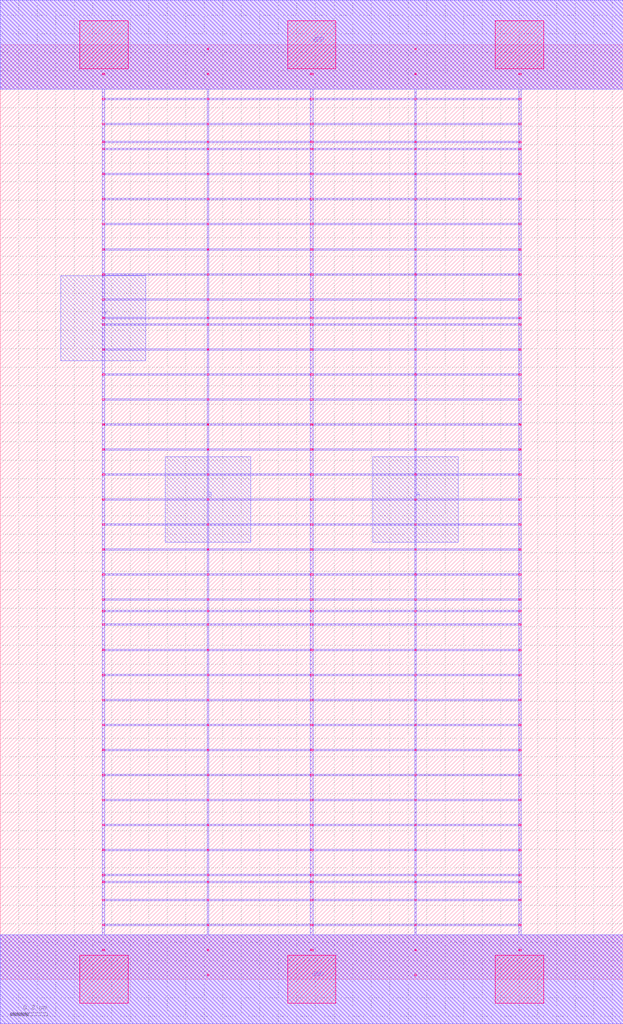
<source format=lef>
MACRO NAND2_DEBUG
 CLASS CORE ;
 FOREIGN NAND2_DEBUG 0 0 ;
 SIZE 3.36 BY 5.04 ;
 ORIGIN 0 0 ;
 SYMMETRY X Y R90 ;
 SITE unit ;
  PIN VDD
   DIRECTION INOUT ;
   USE SIGNAL ;
   SHAPE ABUTMENT ;
    PORT
     CLASS CORE ;
       LAYER met1 ;
        RECT 0.00000000 4.80000000 3.36000000 5.28000000 ;
       LAYER met2 ;
        RECT 0.00000000 4.80000000 3.36000000 5.28000000 ;
    END
  END VDD

  PIN GND
   DIRECTION INOUT ;
   USE SIGNAL ;
   SHAPE ABUTMENT ;
    PORT
     CLASS CORE ;
       LAYER met1 ;
        RECT 0.00000000 -0.24000000 3.36000000 0.24000000 ;
       LAYER met2 ;
        RECT 0.00000000 -0.24000000 3.36000000 0.24000000 ;
    END
  END GND

  PIN Y
   DIRECTION INOUT ;
   USE SIGNAL ;
   SHAPE ABUTMENT ;
    PORT
     CLASS CORE ;
       LAYER met2 ;
        RECT 0.32500000 3.33500000 0.78500000 3.79500000 ;
    END
  END Y

  PIN B
   DIRECTION INOUT ;
   USE SIGNAL ;
   SHAPE ABUTMENT ;
    PORT
     CLASS CORE ;
       LAYER met2 ;
        RECT 0.89000000 2.35700000 1.35000000 2.81700000 ;
    END
  END B

  PIN A
   DIRECTION INOUT ;
   USE SIGNAL ;
   SHAPE ABUTMENT ;
    PORT
     CLASS CORE ;
       LAYER met2 ;
        RECT 2.01000000 2.35700000 2.47000000 2.81700000 ;
    END
  END A

 OBS
    LAYER polycont ;
     RECT 0.55100000 2.58300000 0.56400000 2.59100000 ;
     RECT 1.11600000 2.58300000 1.12400000 2.59100000 ;
     RECT 1.67100000 2.58300000 1.68900000 2.59100000 ;
     RECT 2.23600000 2.58300000 2.24400000 2.59100000 ;
     RECT 2.79600000 2.58300000 2.80900000 2.59100000 ;
     RECT 0.55100000 2.71800000 0.56400000 2.72600000 ;
     RECT 1.11600000 2.71800000 1.12400000 2.72600000 ;
     RECT 1.67100000 2.71800000 1.68900000 2.72600000 ;
     RECT 2.23600000 2.71800000 2.24400000 2.72600000 ;
     RECT 2.79600000 2.71800000 2.80900000 2.72600000 ;
     RECT 0.55100000 2.85300000 0.56400000 2.86100000 ;
     RECT 1.11600000 2.85300000 1.12400000 2.86100000 ;
     RECT 1.67100000 2.85300000 1.68900000 2.86100000 ;
     RECT 2.23600000 2.85300000 2.24400000 2.86100000 ;
     RECT 2.79600000 2.85300000 2.80900000 2.86100000 ;
     RECT 0.55100000 2.98800000 0.56400000 2.99600000 ;
     RECT 1.11600000 2.98800000 1.12400000 2.99600000 ;
     RECT 1.67100000 2.98800000 1.68900000 2.99600000 ;
     RECT 2.23600000 2.98800000 2.24400000 2.99600000 ;
     RECT 2.79600000 2.98800000 2.80900000 2.99600000 ;

    LAYER pdiffc ;
     RECT 0.55100000 3.39300000 0.55900000 3.40100000 ;
     RECT 2.80100000 3.39300000 2.80900000 3.40100000 ;
     RECT 0.55100000 3.52800000 0.55900000 3.53600000 ;
     RECT 2.80100000 3.52800000 2.80900000 3.53600000 ;
     RECT 0.55100000 3.56100000 0.55900000 3.56900000 ;
     RECT 2.80100000 3.56100000 2.80900000 3.56900000 ;
     RECT 0.55100000 3.66300000 0.55900000 3.67100000 ;
     RECT 2.80100000 3.66300000 2.80900000 3.67100000 ;
     RECT 0.55100000 3.79800000 0.55900000 3.80600000 ;
     RECT 2.80100000 3.79800000 2.80900000 3.80600000 ;
     RECT 0.55100000 3.93300000 0.55900000 3.94100000 ;
     RECT 2.80100000 3.93300000 2.80900000 3.94100000 ;
     RECT 0.55100000 4.06800000 0.55900000 4.07600000 ;
     RECT 2.80100000 4.06800000 2.80900000 4.07600000 ;
     RECT 0.55100000 4.20300000 0.55900000 4.21100000 ;
     RECT 2.80100000 4.20300000 2.80900000 4.21100000 ;
     RECT 0.55100000 4.33800000 0.55900000 4.34600000 ;
     RECT 2.80100000 4.33800000 2.80900000 4.34600000 ;
     RECT 0.55100000 4.47300000 0.55900000 4.48100000 ;
     RECT 2.80100000 4.47300000 2.80900000 4.48100000 ;
     RECT 0.55100000 4.51100000 0.55900000 4.51900000 ;
     RECT 2.80100000 4.51100000 2.80900000 4.51900000 ;
     RECT 0.55100000 4.60800000 0.55900000 4.61600000 ;
     RECT 2.80100000 4.60800000 2.80900000 4.61600000 ;

    LAYER ndiffc ;
     RECT 0.55100000 0.42300000 0.56400000 0.43100000 ;
     RECT 1.67100000 0.42300000 1.68900000 0.43100000 ;
     RECT 2.79600000 0.42300000 2.80900000 0.43100000 ;
     RECT 0.55100000 0.52100000 0.56400000 0.52900000 ;
     RECT 1.67100000 0.52100000 1.68900000 0.52900000 ;
     RECT 2.79600000 0.52100000 2.80900000 0.52900000 ;
     RECT 0.55100000 0.55800000 0.56400000 0.56600000 ;
     RECT 1.67100000 0.55800000 1.68900000 0.56600000 ;
     RECT 2.79600000 0.55800000 2.80900000 0.56600000 ;
     RECT 0.55100000 0.69300000 0.56400000 0.70100000 ;
     RECT 1.67100000 0.69300000 1.68900000 0.70100000 ;
     RECT 2.79600000 0.69300000 2.80900000 0.70100000 ;
     RECT 0.55100000 0.82800000 0.56400000 0.83600000 ;
     RECT 1.67100000 0.82800000 1.68900000 0.83600000 ;
     RECT 2.79600000 0.82800000 2.80900000 0.83600000 ;
     RECT 0.55100000 0.96300000 0.56400000 0.97100000 ;
     RECT 1.67100000 0.96300000 1.68900000 0.97100000 ;
     RECT 2.79600000 0.96300000 2.80900000 0.97100000 ;
     RECT 0.55100000 1.09800000 0.56400000 1.10600000 ;
     RECT 1.67100000 1.09800000 1.68900000 1.10600000 ;
     RECT 2.79600000 1.09800000 2.80900000 1.10600000 ;
     RECT 0.55100000 1.23300000 0.56400000 1.24100000 ;
     RECT 1.67100000 1.23300000 1.68900000 1.24100000 ;
     RECT 2.79600000 1.23300000 2.80900000 1.24100000 ;
     RECT 0.55100000 1.36800000 0.56400000 1.37600000 ;
     RECT 1.67100000 1.36800000 1.68900000 1.37600000 ;
     RECT 2.79600000 1.36800000 2.80900000 1.37600000 ;
     RECT 0.55100000 1.50300000 0.56400000 1.51100000 ;
     RECT 1.67100000 1.50300000 1.68900000 1.51100000 ;
     RECT 2.79600000 1.50300000 2.80900000 1.51100000 ;
     RECT 0.55100000 1.63800000 0.56400000 1.64600000 ;
     RECT 1.67100000 1.63800000 1.68900000 1.64600000 ;
     RECT 2.79600000 1.63800000 2.80900000 1.64600000 ;
     RECT 0.55100000 1.77300000 0.56400000 1.78100000 ;
     RECT 1.67100000 1.77300000 1.68900000 1.78100000 ;
     RECT 2.79600000 1.77300000 2.80900000 1.78100000 ;
     RECT 0.55100000 1.90800000 0.56400000 1.91600000 ;
     RECT 1.67100000 1.90800000 1.68900000 1.91600000 ;
     RECT 2.79600000 1.90800000 2.80900000 1.91600000 ;
     RECT 0.55100000 1.98100000 0.56400000 1.98900000 ;
     RECT 1.67100000 1.98100000 1.68900000 1.98900000 ;
     RECT 2.79600000 1.98100000 2.80900000 1.98900000 ;
     RECT 0.55100000 2.04300000 0.56400000 2.05100000 ;
     RECT 1.67100000 2.04300000 1.68900000 2.05100000 ;
     RECT 2.79600000 2.04300000 2.80900000 2.05100000 ;

    LAYER met1 ;
     RECT 0.00000000 -0.24000000 3.36000000 0.24000000 ;
     RECT 1.67100000 0.24000000 1.68900000 0.28800000 ;
     RECT 0.55100000 0.28800000 2.80900000 0.29600000 ;
     RECT 1.67100000 0.29600000 1.68900000 0.42300000 ;
     RECT 0.55100000 0.42300000 2.80900000 0.43100000 ;
     RECT 1.67100000 0.43100000 1.68900000 0.52100000 ;
     RECT 0.55100000 0.52100000 2.80900000 0.52900000 ;
     RECT 1.67100000 0.52900000 1.68900000 0.55800000 ;
     RECT 0.55100000 0.55800000 2.80900000 0.56600000 ;
     RECT 1.67100000 0.56600000 1.68900000 0.69300000 ;
     RECT 0.55100000 0.69300000 2.80900000 0.70100000 ;
     RECT 1.67100000 0.70100000 1.68900000 0.82800000 ;
     RECT 0.55100000 0.82800000 2.80900000 0.83600000 ;
     RECT 1.67100000 0.83600000 1.68900000 0.96300000 ;
     RECT 0.55100000 0.96300000 2.80900000 0.97100000 ;
     RECT 1.67100000 0.97100000 1.68900000 1.09800000 ;
     RECT 0.55100000 1.09800000 2.80900000 1.10600000 ;
     RECT 1.67100000 1.10600000 1.68900000 1.23300000 ;
     RECT 0.55100000 1.23300000 2.80900000 1.24100000 ;
     RECT 1.67100000 1.24100000 1.68900000 1.36800000 ;
     RECT 0.55100000 1.36800000 2.80900000 1.37600000 ;
     RECT 1.67100000 1.37600000 1.68900000 1.50300000 ;
     RECT 0.55100000 1.50300000 2.80900000 1.51100000 ;
     RECT 1.67100000 1.51100000 1.68900000 1.63800000 ;
     RECT 0.55100000 1.63800000 2.80900000 1.64600000 ;
     RECT 1.67100000 1.64600000 1.68900000 1.77300000 ;
     RECT 0.55100000 1.77300000 2.80900000 1.78100000 ;
     RECT 1.67100000 1.78100000 1.68900000 1.90800000 ;
     RECT 0.55100000 1.90800000 2.80900000 1.91600000 ;
     RECT 1.67100000 1.91600000 1.68900000 1.98100000 ;
     RECT 0.55100000 1.98100000 2.80900000 1.98900000 ;
     RECT 1.67100000 1.98900000 1.68900000 2.04300000 ;
     RECT 0.55100000 2.04300000 2.80900000 2.05100000 ;
     RECT 1.67100000 2.05100000 1.68900000 2.17800000 ;
     RECT 0.55100000 2.17800000 2.80900000 2.18600000 ;
     RECT 1.67100000 2.18600000 1.68900000 2.31300000 ;
     RECT 0.55100000 2.31300000 2.80900000 2.32100000 ;
     RECT 1.67100000 2.32100000 1.68900000 2.44800000 ;
     RECT 0.55100000 2.44800000 2.80900000 2.45600000 ;
     RECT 0.55100000 2.45600000 0.56400000 2.58300000 ;
     RECT 1.11600000 2.45600000 1.12400000 2.58300000 ;
     RECT 1.67100000 2.45600000 1.68900000 2.58300000 ;
     RECT 2.23600000 2.45600000 2.24400000 2.58300000 ;
     RECT 2.79600000 2.45600000 2.80900000 2.58300000 ;
     RECT 0.55100000 2.58300000 2.80900000 2.59100000 ;
     RECT 1.67100000 2.59100000 1.68900000 2.71800000 ;
     RECT 0.55100000 2.71800000 2.80900000 2.72600000 ;
     RECT 1.67100000 2.72600000 1.68900000 2.85300000 ;
     RECT 0.55100000 2.85300000 2.80900000 2.86100000 ;
     RECT 1.67100000 2.86100000 1.68900000 2.98800000 ;
     RECT 0.55100000 2.98800000 2.80900000 2.99600000 ;
     RECT 1.67100000 2.99600000 1.68900000 3.12300000 ;
     RECT 0.55100000 3.12300000 2.80900000 3.13100000 ;
     RECT 1.67100000 3.13100000 1.68900000 3.25800000 ;
     RECT 0.55100000 3.25800000 2.80900000 3.26600000 ;
     RECT 1.67100000 3.26600000 1.68900000 3.39300000 ;
     RECT 0.55100000 3.39300000 2.80900000 3.40100000 ;
     RECT 1.67100000 3.40100000 1.68900000 3.52800000 ;
     RECT 0.55100000 3.52800000 2.80900000 3.53600000 ;
     RECT 1.67100000 3.53600000 1.68900000 3.56100000 ;
     RECT 0.55100000 3.56100000 2.80900000 3.56900000 ;
     RECT 1.67100000 3.56900000 1.68900000 3.66300000 ;
     RECT 0.55100000 3.66300000 2.80900000 3.67100000 ;
     RECT 1.67100000 3.67100000 1.68900000 3.79800000 ;
     RECT 0.55100000 3.79800000 2.80900000 3.80600000 ;
     RECT 1.67100000 3.80600000 1.68900000 3.93300000 ;
     RECT 0.55100000 3.93300000 2.80900000 3.94100000 ;
     RECT 1.67100000 3.94100000 1.68900000 4.06800000 ;
     RECT 0.55100000 4.06800000 2.80900000 4.07600000 ;
     RECT 1.67100000 4.07600000 1.68900000 4.20300000 ;
     RECT 0.55100000 4.20300000 2.80900000 4.21100000 ;
     RECT 1.67100000 4.21100000 1.68900000 4.33800000 ;
     RECT 0.55100000 4.33800000 2.80900000 4.34600000 ;
     RECT 1.67100000 4.34600000 1.68900000 4.47300000 ;
     RECT 0.55100000 4.47300000 2.80900000 4.48100000 ;
     RECT 1.67100000 4.48100000 1.68900000 4.51100000 ;
     RECT 0.55100000 4.51100000 2.80900000 4.51900000 ;
     RECT 1.67100000 4.51900000 1.68900000 4.60800000 ;
     RECT 0.55100000 4.60800000 2.80900000 4.61600000 ;
     RECT 1.67100000 4.61600000 1.68900000 4.74300000 ;
     RECT 0.55100000 4.74300000 2.80900000 4.75100000 ;
     RECT 1.67100000 4.75100000 1.68900000 4.80000000 ;
     RECT 0.00000000 4.80000000 3.36000000 5.28000000 ;
     RECT 2.79600000 3.67100000 2.80900000 3.79800000 ;
     RECT 2.23600000 2.86100000 2.24400000 2.98800000 ;
     RECT 2.79600000 2.86100000 2.80900000 2.98800000 ;
     RECT 2.23600000 3.80600000 2.24400000 3.93300000 ;
     RECT 2.79600000 3.80600000 2.80900000 3.93300000 ;
     RECT 2.23600000 3.26600000 2.24400000 3.39300000 ;
     RECT 2.79600000 3.26600000 2.80900000 3.39300000 ;
     RECT 2.23600000 3.94100000 2.24400000 4.06800000 ;
     RECT 2.79600000 3.94100000 2.80900000 4.06800000 ;
     RECT 2.23600000 2.72600000 2.24400000 2.85300000 ;
     RECT 2.79600000 2.72600000 2.80900000 2.85300000 ;
     RECT 2.23600000 4.07600000 2.24400000 4.20300000 ;
     RECT 2.79600000 4.07600000 2.80900000 4.20300000 ;
     RECT 2.23600000 3.40100000 2.24400000 3.52800000 ;
     RECT 2.79600000 3.40100000 2.80900000 3.52800000 ;
     RECT 2.23600000 4.21100000 2.24400000 4.33800000 ;
     RECT 2.79600000 4.21100000 2.80900000 4.33800000 ;
     RECT 2.23600000 2.99600000 2.24400000 3.12300000 ;
     RECT 2.79600000 2.99600000 2.80900000 3.12300000 ;
     RECT 2.23600000 4.34600000 2.24400000 4.47300000 ;
     RECT 2.79600000 4.34600000 2.80900000 4.47300000 ;
     RECT 2.23600000 3.53600000 2.24400000 3.56100000 ;
     RECT 2.79600000 3.53600000 2.80900000 3.56100000 ;
     RECT 2.23600000 4.48100000 2.24400000 4.51100000 ;
     RECT 2.79600000 4.48100000 2.80900000 4.51100000 ;
     RECT 2.23600000 2.59100000 2.24400000 2.71800000 ;
     RECT 2.79600000 2.59100000 2.80900000 2.71800000 ;
     RECT 2.23600000 4.51900000 2.24400000 4.60800000 ;
     RECT 2.79600000 4.51900000 2.80900000 4.60800000 ;
     RECT 2.23600000 3.56900000 2.24400000 3.66300000 ;
     RECT 2.79600000 3.56900000 2.80900000 3.66300000 ;
     RECT 2.23600000 4.61600000 2.24400000 4.74300000 ;
     RECT 2.79600000 4.61600000 2.80900000 4.74300000 ;
     RECT 2.23600000 3.13100000 2.24400000 3.25800000 ;
     RECT 2.79600000 3.13100000 2.80900000 3.25800000 ;
     RECT 2.23600000 4.75100000 2.24400000 4.80000000 ;
     RECT 2.79600000 4.75100000 2.80900000 4.80000000 ;
     RECT 2.23600000 3.67100000 2.24400000 3.79800000 ;
     RECT 0.55100000 2.86100000 0.56400000 2.98800000 ;
     RECT 1.11600000 2.86100000 1.12400000 2.98800000 ;
     RECT 0.55100000 4.21100000 0.56400000 4.33800000 ;
     RECT 1.11600000 4.21100000 1.12400000 4.33800000 ;
     RECT 0.55100000 2.59100000 0.56400000 2.71800000 ;
     RECT 1.11600000 2.59100000 1.12400000 2.71800000 ;
     RECT 0.55100000 3.67100000 0.56400000 3.79800000 ;
     RECT 1.11600000 3.67100000 1.12400000 3.79800000 ;
     RECT 0.55100000 4.34600000 0.56400000 4.47300000 ;
     RECT 1.11600000 4.34600000 1.12400000 4.47300000 ;
     RECT 0.55100000 3.40100000 0.56400000 3.52800000 ;
     RECT 1.11600000 3.40100000 1.12400000 3.52800000 ;
     RECT 0.55100000 3.13100000 0.56400000 3.25800000 ;
     RECT 1.11600000 3.13100000 1.12400000 3.25800000 ;
     RECT 0.55100000 4.48100000 0.56400000 4.51100000 ;
     RECT 1.11600000 4.48100000 1.12400000 4.51100000 ;
     RECT 0.55100000 3.80600000 0.56400000 3.93300000 ;
     RECT 1.11600000 3.80600000 1.12400000 3.93300000 ;
     RECT 0.55100000 2.72600000 0.56400000 2.85300000 ;
     RECT 1.11600000 2.72600000 1.12400000 2.85300000 ;
     RECT 0.55100000 4.51900000 0.56400000 4.60800000 ;
     RECT 1.11600000 4.51900000 1.12400000 4.60800000 ;
     RECT 0.55100000 3.53600000 0.56400000 3.56100000 ;
     RECT 1.11600000 3.53600000 1.12400000 3.56100000 ;
     RECT 0.55100000 3.94100000 0.56400000 4.06800000 ;
     RECT 1.11600000 3.94100000 1.12400000 4.06800000 ;
     RECT 0.55100000 4.61600000 0.56400000 4.74300000 ;
     RECT 1.11600000 4.61600000 1.12400000 4.74300000 ;
     RECT 0.55100000 2.99600000 0.56400000 3.12300000 ;
     RECT 1.11600000 2.99600000 1.12400000 3.12300000 ;
     RECT 0.55100000 3.26600000 0.56400000 3.39300000 ;
     RECT 1.11600000 3.26600000 1.12400000 3.39300000 ;
     RECT 0.55100000 4.75100000 0.56400000 4.80000000 ;
     RECT 1.11600000 4.75100000 1.12400000 4.80000000 ;
     RECT 0.55100000 4.07600000 0.56400000 4.20300000 ;
     RECT 1.11600000 4.07600000 1.12400000 4.20300000 ;
     RECT 0.55100000 3.56900000 0.56400000 3.66300000 ;
     RECT 1.11600000 3.56900000 1.12400000 3.66300000 ;
     RECT 0.55100000 1.51100000 0.56400000 1.63800000 ;
     RECT 1.11600000 1.51100000 1.12400000 1.63800000 ;
     RECT 0.55100000 0.29600000 0.56400000 0.42300000 ;
     RECT 1.11600000 0.29600000 1.12400000 0.42300000 ;
     RECT 0.55100000 1.64600000 0.56400000 1.77300000 ;
     RECT 1.11600000 1.64600000 1.12400000 1.77300000 ;
     RECT 0.55100000 0.83600000 0.56400000 0.96300000 ;
     RECT 1.11600000 0.83600000 1.12400000 0.96300000 ;
     RECT 0.55100000 1.78100000 0.56400000 1.90800000 ;
     RECT 1.11600000 1.78100000 1.12400000 1.90800000 ;
     RECT 0.55100000 0.52900000 0.56400000 0.55800000 ;
     RECT 1.11600000 0.52900000 1.12400000 0.55800000 ;
     RECT 0.55100000 1.91600000 0.56400000 1.98100000 ;
     RECT 1.11600000 1.91600000 1.12400000 1.98100000 ;
     RECT 0.55100000 0.97100000 0.56400000 1.09800000 ;
     RECT 1.11600000 0.97100000 1.12400000 1.09800000 ;
     RECT 0.55100000 1.98900000 0.56400000 2.04300000 ;
     RECT 1.11600000 1.98900000 1.12400000 2.04300000 ;
     RECT 0.55100000 0.24000000 0.56400000 0.28800000 ;
     RECT 1.11600000 0.24000000 1.12400000 0.28800000 ;
     RECT 0.55100000 2.05100000 0.56400000 2.17800000 ;
     RECT 1.11600000 2.05100000 1.12400000 2.17800000 ;
     RECT 0.55100000 1.10600000 0.56400000 1.23300000 ;
     RECT 1.11600000 1.10600000 1.12400000 1.23300000 ;
     RECT 0.55100000 2.18600000 0.56400000 2.31300000 ;
     RECT 1.11600000 2.18600000 1.12400000 2.31300000 ;
     RECT 0.55100000 0.56600000 0.56400000 0.69300000 ;
     RECT 1.11600000 0.56600000 1.12400000 0.69300000 ;
     RECT 0.55100000 2.32100000 0.56400000 2.44800000 ;
     RECT 1.11600000 2.32100000 1.12400000 2.44800000 ;
     RECT 0.55100000 1.24100000 0.56400000 1.36800000 ;
     RECT 1.11600000 1.24100000 1.12400000 1.36800000 ;
     RECT 0.55100000 0.43100000 0.56400000 0.52100000 ;
     RECT 1.11600000 0.43100000 1.12400000 0.52100000 ;
     RECT 0.55100000 1.37600000 0.56400000 1.50300000 ;
     RECT 1.11600000 1.37600000 1.12400000 1.50300000 ;
     RECT 0.55100000 0.70100000 0.56400000 0.82800000 ;
     RECT 1.11600000 0.70100000 1.12400000 0.82800000 ;
     RECT 2.79600000 1.78100000 2.80900000 1.90800000 ;
     RECT 2.23600000 0.24000000 2.24400000 0.28800000 ;
     RECT 2.79600000 0.24000000 2.80900000 0.28800000 ;
     RECT 2.23600000 1.24100000 2.24400000 1.36800000 ;
     RECT 2.79600000 1.24100000 2.80900000 1.36800000 ;
     RECT 2.23600000 1.91600000 2.24400000 1.98100000 ;
     RECT 2.79600000 1.91600000 2.80900000 1.98100000 ;
     RECT 2.23600000 0.83600000 2.24400000 0.96300000 ;
     RECT 2.79600000 0.83600000 2.80900000 0.96300000 ;
     RECT 2.23600000 0.56600000 2.24400000 0.69300000 ;
     RECT 2.79600000 0.56600000 2.80900000 0.69300000 ;
     RECT 2.23600000 1.98900000 2.24400000 2.04300000 ;
     RECT 2.79600000 1.98900000 2.80900000 2.04300000 ;
     RECT 2.23600000 1.37600000 2.24400000 1.50300000 ;
     RECT 2.79600000 1.37600000 2.80900000 1.50300000 ;
     RECT 2.23600000 0.29600000 2.24400000 0.42300000 ;
     RECT 2.79600000 0.29600000 2.80900000 0.42300000 ;
     RECT 2.23600000 2.05100000 2.24400000 2.17800000 ;
     RECT 2.79600000 2.05100000 2.80900000 2.17800000 ;
     RECT 2.23600000 0.97100000 2.24400000 1.09800000 ;
     RECT 2.79600000 0.97100000 2.80900000 1.09800000 ;
     RECT 2.23600000 1.51100000 2.24400000 1.63800000 ;
     RECT 2.79600000 1.51100000 2.80900000 1.63800000 ;
     RECT 2.23600000 2.18600000 2.24400000 2.31300000 ;
     RECT 2.79600000 2.18600000 2.80900000 2.31300000 ;
     RECT 2.23600000 0.52900000 2.24400000 0.55800000 ;
     RECT 2.79600000 0.52900000 2.80900000 0.55800000 ;
     RECT 2.23600000 0.70100000 2.24400000 0.82800000 ;
     RECT 2.79600000 0.70100000 2.80900000 0.82800000 ;
     RECT 2.23600000 2.32100000 2.24400000 2.44800000 ;
     RECT 2.79600000 2.32100000 2.80900000 2.44800000 ;
     RECT 2.23600000 1.64600000 2.24400000 1.77300000 ;
     RECT 2.79600000 1.64600000 2.80900000 1.77300000 ;
     RECT 2.23600000 1.10600000 2.24400000 1.23300000 ;
     RECT 2.79600000 1.10600000 2.80900000 1.23300000 ;
     RECT 2.23600000 0.43100000 2.24400000 0.52100000 ;
     RECT 2.79600000 0.43100000 2.80900000 0.52100000 ;
     RECT 2.23600000 1.78100000 2.24400000 1.90800000 ;

    LAYER via1 ;
     RECT 1.55000000 -0.13000000 1.81000000 0.13000000 ;
     RECT 1.67100000 0.15300000 1.68900000 0.16100000 ;
     RECT 1.67100000 0.28800000 1.68900000 0.29600000 ;
     RECT 1.67100000 0.42300000 1.68900000 0.43100000 ;
     RECT 1.67100000 0.52100000 1.68900000 0.52900000 ;
     RECT 1.67100000 0.55800000 1.68900000 0.56600000 ;
     RECT 1.67100000 0.69300000 1.68900000 0.70100000 ;
     RECT 1.67100000 0.82800000 1.68900000 0.83600000 ;
     RECT 1.67100000 0.96300000 1.68900000 0.97100000 ;
     RECT 1.67100000 1.09800000 1.68900000 1.10600000 ;
     RECT 1.67100000 1.23300000 1.68900000 1.24100000 ;
     RECT 1.67100000 1.36800000 1.68900000 1.37600000 ;
     RECT 1.67100000 1.50300000 1.68900000 1.51100000 ;
     RECT 1.67100000 1.63800000 1.68900000 1.64600000 ;
     RECT 1.67100000 1.77300000 1.68900000 1.78100000 ;
     RECT 1.67100000 1.90800000 1.68900000 1.91600000 ;
     RECT 1.67100000 1.98100000 1.68900000 1.98900000 ;
     RECT 1.67100000 2.04300000 1.68900000 2.05100000 ;
     RECT 1.67100000 2.17800000 1.68900000 2.18600000 ;
     RECT 1.67100000 2.31300000 1.68900000 2.32100000 ;
     RECT 1.67100000 2.44800000 1.68900000 2.45600000 ;
     RECT 1.67100000 2.58300000 1.68900000 2.59100000 ;
     RECT 1.67100000 2.71800000 1.68900000 2.72600000 ;
     RECT 1.67100000 2.85300000 1.68900000 2.86100000 ;
     RECT 1.67100000 2.98800000 1.68900000 2.99600000 ;
     RECT 1.67100000 3.12300000 1.68900000 3.13100000 ;
     RECT 1.67100000 3.25800000 1.68900000 3.26600000 ;
     RECT 1.67100000 3.39300000 1.68900000 3.40100000 ;
     RECT 1.67100000 3.52800000 1.68900000 3.53600000 ;
     RECT 1.67100000 3.56100000 1.68900000 3.56900000 ;
     RECT 1.67100000 3.66300000 1.68900000 3.67100000 ;
     RECT 1.67100000 3.79800000 1.68900000 3.80600000 ;
     RECT 1.67100000 3.93300000 1.68900000 3.94100000 ;
     RECT 1.67100000 4.06800000 1.68900000 4.07600000 ;
     RECT 1.67100000 4.20300000 1.68900000 4.21100000 ;
     RECT 1.67100000 4.33800000 1.68900000 4.34600000 ;
     RECT 1.67100000 4.47300000 1.68900000 4.48100000 ;
     RECT 1.67100000 4.51100000 1.68900000 4.51900000 ;
     RECT 1.67100000 4.60800000 1.68900000 4.61600000 ;
     RECT 1.67100000 4.74300000 1.68900000 4.75100000 ;
     RECT 1.67100000 4.87800000 1.68900000 4.88600000 ;
     RECT 1.55000000 4.91000000 1.81000000 5.17000000 ;
     RECT 2.23600000 2.85300000 2.24400000 2.86100000 ;
     RECT 2.23600000 3.52800000 2.24400000 3.53600000 ;
     RECT 2.79600000 3.52800000 2.80900000 3.53600000 ;
     RECT 2.79600000 2.85300000 2.80900000 2.86100000 ;
     RECT 2.23600000 3.56100000 2.24400000 3.56900000 ;
     RECT 2.79600000 3.56100000 2.80900000 3.56900000 ;
     RECT 2.23600000 2.58300000 2.24400000 2.59100000 ;
     RECT 2.23600000 3.66300000 2.24400000 3.67100000 ;
     RECT 2.79600000 3.66300000 2.80900000 3.67100000 ;
     RECT 2.23600000 2.98800000 2.24400000 2.99600000 ;
     RECT 2.23600000 3.79800000 2.24400000 3.80600000 ;
     RECT 2.79600000 3.79800000 2.80900000 3.80600000 ;
     RECT 2.79600000 2.98800000 2.80900000 2.99600000 ;
     RECT 2.23600000 3.93300000 2.24400000 3.94100000 ;
     RECT 2.79600000 3.93300000 2.80900000 3.94100000 ;
     RECT 2.23600000 2.71800000 2.24400000 2.72600000 ;
     RECT 2.23600000 4.06800000 2.24400000 4.07600000 ;
     RECT 2.79600000 4.06800000 2.80900000 4.07600000 ;
     RECT 2.23600000 3.12300000 2.24400000 3.13100000 ;
     RECT 2.23600000 4.20300000 2.24400000 4.21100000 ;
     RECT 2.79600000 4.20300000 2.80900000 4.21100000 ;
     RECT 2.79600000 3.12300000 2.80900000 3.13100000 ;
     RECT 2.23600000 4.33800000 2.24400000 4.34600000 ;
     RECT 2.79600000 4.33800000 2.80900000 4.34600000 ;
     RECT 2.79600000 2.71800000 2.80900000 2.72600000 ;
     RECT 2.23600000 4.47300000 2.24400000 4.48100000 ;
     RECT 2.79600000 4.47300000 2.80900000 4.48100000 ;
     RECT 2.23600000 3.25800000 2.24400000 3.26600000 ;
     RECT 2.23600000 4.51100000 2.24400000 4.51900000 ;
     RECT 2.79600000 4.51100000 2.80900000 4.51900000 ;
     RECT 2.79600000 3.25800000 2.80900000 3.26600000 ;
     RECT 2.23600000 4.60800000 2.24400000 4.61600000 ;
     RECT 2.79600000 4.60800000 2.80900000 4.61600000 ;
     RECT 2.79600000 2.58300000 2.80900000 2.59100000 ;
     RECT 2.23600000 4.74300000 2.24400000 4.75100000 ;
     RECT 2.79600000 4.74300000 2.80900000 4.75100000 ;
     RECT 2.23600000 3.39300000 2.24400000 3.40100000 ;
     RECT 2.23600000 4.87800000 2.24400000 4.88600000 ;
     RECT 2.79600000 4.87800000 2.80900000 4.88600000 ;
     RECT 2.23600000 5.01300000 2.24400000 5.02100000 ;
     RECT 2.79600000 3.39300000 2.80900000 3.40100000 ;
     RECT 2.67000000 4.91000000 2.93000000 5.17000000 ;
     RECT 1.11600000 3.12300000 1.12400000 3.13100000 ;
     RECT 1.11600000 2.71800000 1.12400000 2.72600000 ;
     RECT 0.55100000 4.20300000 0.56400000 4.21100000 ;
     RECT 1.11600000 4.20300000 1.12400000 4.21100000 ;
     RECT 1.11600000 2.58300000 1.12400000 2.59100000 ;
     RECT 0.55100000 3.56100000 0.56400000 3.56900000 ;
     RECT 1.11600000 3.56100000 1.12400000 3.56900000 ;
     RECT 0.55100000 4.33800000 0.56400000 4.34600000 ;
     RECT 1.11600000 4.33800000 1.12400000 4.34600000 ;
     RECT 0.55100000 2.58300000 0.56400000 2.59100000 ;
     RECT 0.55100000 3.25800000 0.56400000 3.26600000 ;
     RECT 1.11600000 3.25800000 1.12400000 3.26600000 ;
     RECT 0.55100000 4.47300000 0.56400000 4.48100000 ;
     RECT 1.11600000 4.47300000 1.12400000 4.48100000 ;
     RECT 0.55100000 3.66300000 0.56400000 3.67100000 ;
     RECT 1.11600000 3.66300000 1.12400000 3.67100000 ;
     RECT 0.55100000 2.98800000 0.56400000 2.99600000 ;
     RECT 0.55100000 4.51100000 0.56400000 4.51900000 ;
     RECT 1.11600000 4.51100000 1.12400000 4.51900000 ;
     RECT 1.11600000 2.98800000 1.12400000 2.99600000 ;
     RECT 0.55100000 2.71800000 0.56400000 2.72600000 ;
     RECT 0.55100000 3.79800000 0.56400000 3.80600000 ;
     RECT 0.55100000 4.60800000 0.56400000 4.61600000 ;
     RECT 1.11600000 4.60800000 1.12400000 4.61600000 ;
     RECT 1.11600000 3.79800000 1.12400000 3.80600000 ;
     RECT 0.55100000 3.39300000 0.56400000 3.40100000 ;
     RECT 1.11600000 3.39300000 1.12400000 3.40100000 ;
     RECT 0.55100000 4.74300000 0.56400000 4.75100000 ;
     RECT 1.11600000 4.74300000 1.12400000 4.75100000 ;
     RECT 0.55100000 2.85300000 0.56400000 2.86100000 ;
     RECT 0.55100000 3.93300000 0.56400000 3.94100000 ;
     RECT 1.11600000 3.93300000 1.12400000 3.94100000 ;
     RECT 0.55100000 4.87800000 0.56400000 4.88600000 ;
     RECT 1.11600000 4.87800000 1.12400000 4.88600000 ;
     RECT 1.11600000 2.85300000 1.12400000 2.86100000 ;
     RECT 0.55100000 3.12300000 0.56400000 3.13100000 ;
     RECT 0.55100000 3.52800000 0.56400000 3.53600000 ;
     RECT 1.11600000 5.01300000 1.12400000 5.02100000 ;
     RECT 0.55100000 4.06800000 0.56400000 4.07600000 ;
     RECT 0.43000000 4.91000000 0.69000000 5.17000000 ;
     RECT 1.11600000 4.06800000 1.12400000 4.07600000 ;
     RECT 1.11600000 3.52800000 1.12400000 3.53600000 ;
     RECT 0.55100000 1.77300000 0.56400000 1.78100000 ;
     RECT 1.11600000 1.77300000 1.12400000 1.78100000 ;
     RECT 1.11600000 0.15300000 1.12400000 0.16100000 ;
     RECT 0.55100000 1.90800000 0.56400000 1.91600000 ;
     RECT 1.11600000 1.90800000 1.12400000 1.91600000 ;
     RECT 0.55100000 0.55800000 0.56400000 0.56600000 ;
     RECT 0.55100000 1.98100000 0.56400000 1.98900000 ;
     RECT 1.11600000 1.98100000 1.12400000 1.98900000 ;
     RECT 1.11600000 0.55800000 1.12400000 0.56600000 ;
     RECT 0.55100000 2.04300000 0.56400000 2.05100000 ;
     RECT 1.11600000 2.04300000 1.12400000 2.05100000 ;
     RECT 0.43000000 -0.13000000 0.69000000 0.13000000 ;
     RECT 0.55100000 2.17800000 0.56400000 2.18600000 ;
     RECT 1.11600000 2.17800000 1.12400000 2.18600000 ;
     RECT 0.55100000 0.69300000 0.56400000 0.70100000 ;
     RECT 0.55100000 2.31300000 0.56400000 2.32100000 ;
     RECT 1.11600000 2.31300000 1.12400000 2.32100000 ;
     RECT 1.11600000 0.69300000 1.12400000 0.70100000 ;
     RECT 0.55100000 2.44800000 0.56400000 2.45600000 ;
     RECT 1.11600000 2.44800000 1.12400000 2.45600000 ;
     RECT 0.55100000 0.28800000 0.56400000 0.29600000 ;
     RECT 0.55100000 0.82800000 0.56400000 0.83600000 ;
     RECT 1.11600000 0.82800000 1.12400000 0.83600000 ;
     RECT 1.11600000 0.28800000 1.12400000 0.29600000 ;
     RECT 0.55100000 0.96300000 0.56400000 0.97100000 ;
     RECT 1.11600000 0.96300000 1.12400000 0.97100000 ;
     RECT 1.11600000 0.01800000 1.12400000 0.02600000 ;
     RECT 0.55100000 1.09800000 0.56400000 1.10600000 ;
     RECT 1.11600000 1.09800000 1.12400000 1.10600000 ;
     RECT 0.55100000 0.42300000 0.56400000 0.43100000 ;
     RECT 0.55100000 1.23300000 0.56400000 1.24100000 ;
     RECT 1.11600000 1.23300000 1.12400000 1.24100000 ;
     RECT 1.11600000 0.42300000 1.12400000 0.43100000 ;
     RECT 0.55100000 1.36800000 0.56400000 1.37600000 ;
     RECT 1.11600000 1.36800000 1.12400000 1.37600000 ;
     RECT 0.55100000 0.15300000 0.56400000 0.16100000 ;
     RECT 0.55100000 1.50300000 0.56400000 1.51100000 ;
     RECT 1.11600000 1.50300000 1.12400000 1.51100000 ;
     RECT 0.55100000 0.52100000 0.56400000 0.52900000 ;
     RECT 0.55100000 1.63800000 0.56400000 1.64600000 ;
     RECT 1.11600000 1.63800000 1.12400000 1.64600000 ;
     RECT 1.11600000 0.52100000 1.12400000 0.52900000 ;
     RECT 2.79600000 1.98100000 2.80900000 1.98900000 ;
     RECT 2.79600000 0.42300000 2.80900000 0.43100000 ;
     RECT 2.23600000 0.15300000 2.24400000 0.16100000 ;
     RECT 2.23600000 1.23300000 2.24400000 1.24100000 ;
     RECT 2.23600000 2.04300000 2.24400000 2.05100000 ;
     RECT 2.79600000 2.04300000 2.80900000 2.05100000 ;
     RECT 2.79600000 1.23300000 2.80900000 1.24100000 ;
     RECT 2.23600000 0.69300000 2.24400000 0.70100000 ;
     RECT 2.79600000 0.69300000 2.80900000 0.70100000 ;
     RECT 2.23600000 2.17800000 2.24400000 2.18600000 ;
     RECT 2.79600000 2.17800000 2.80900000 2.18600000 ;
     RECT 2.23600000 0.28800000 2.24400000 0.29600000 ;
     RECT 2.23600000 1.36800000 2.24400000 1.37600000 ;
     RECT 2.79600000 1.36800000 2.80900000 1.37600000 ;
     RECT 2.23600000 2.31300000 2.24400000 2.32100000 ;
     RECT 2.79600000 2.31300000 2.80900000 2.32100000 ;
     RECT 2.79600000 0.28800000 2.80900000 0.29600000 ;
     RECT 2.23600000 0.52100000 2.24400000 0.52900000 ;
     RECT 2.23600000 0.82800000 2.24400000 0.83600000 ;
     RECT 2.23600000 2.44800000 2.24400000 2.45600000 ;
     RECT 2.79600000 2.44800000 2.80900000 2.45600000 ;
     RECT 2.23600000 1.50300000 2.24400000 1.51100000 ;
     RECT 2.79600000 1.50300000 2.80900000 1.51100000 ;
     RECT 2.79600000 0.82800000 2.80900000 0.83600000 ;
     RECT 2.79600000 0.52100000 2.80900000 0.52900000 ;
     RECT 2.79600000 0.15300000 2.80900000 0.16100000 ;
     RECT 2.23600000 1.63800000 2.24400000 1.64600000 ;
     RECT 2.79600000 1.63800000 2.80900000 1.64600000 ;
     RECT 2.67000000 -0.13000000 2.93000000 0.13000000 ;
     RECT 2.23600000 0.96300000 2.24400000 0.97100000 ;
     RECT 2.79600000 0.96300000 2.80900000 0.97100000 ;
     RECT 2.23600000 1.77300000 2.24400000 1.78100000 ;
     RECT 2.79600000 1.77300000 2.80900000 1.78100000 ;
     RECT 2.23600000 0.01800000 2.24400000 0.02600000 ;
     RECT 2.23600000 0.55800000 2.24400000 0.56600000 ;
     RECT 2.79600000 0.55800000 2.80900000 0.56600000 ;
     RECT 2.23600000 1.90800000 2.24400000 1.91600000 ;
     RECT 2.79600000 1.90800000 2.80900000 1.91600000 ;
     RECT 2.23600000 1.09800000 2.24400000 1.10600000 ;
     RECT 2.79600000 1.09800000 2.80900000 1.10600000 ;
     RECT 2.23600000 0.42300000 2.24400000 0.43100000 ;
     RECT 2.23600000 1.98100000 2.24400000 1.98900000 ;

    LAYER met2 ;
     RECT 0.00000000 -0.24000000 3.36000000 0.24000000 ;
     RECT 1.67100000 0.24000000 1.68900000 0.28800000 ;
     RECT 0.55100000 0.28800000 2.80900000 0.29600000 ;
     RECT 1.67100000 0.29600000 1.68900000 0.42300000 ;
     RECT 0.55100000 0.42300000 2.80900000 0.43100000 ;
     RECT 1.67100000 0.43100000 1.68900000 0.52100000 ;
     RECT 0.55100000 0.52100000 2.80900000 0.52900000 ;
     RECT 1.67100000 0.52900000 1.68900000 0.55800000 ;
     RECT 0.55100000 0.55800000 2.80900000 0.56600000 ;
     RECT 1.67100000 0.56600000 1.68900000 0.69300000 ;
     RECT 0.55100000 0.69300000 2.80900000 0.70100000 ;
     RECT 1.67100000 0.70100000 1.68900000 0.82800000 ;
     RECT 0.55100000 0.82800000 2.80900000 0.83600000 ;
     RECT 1.67100000 0.83600000 1.68900000 0.96300000 ;
     RECT 0.55100000 0.96300000 2.80900000 0.97100000 ;
     RECT 1.67100000 0.97100000 1.68900000 1.09800000 ;
     RECT 0.55100000 1.09800000 2.80900000 1.10600000 ;
     RECT 1.67100000 1.10600000 1.68900000 1.23300000 ;
     RECT 0.55100000 1.23300000 2.80900000 1.24100000 ;
     RECT 1.67100000 1.24100000 1.68900000 1.36800000 ;
     RECT 0.55100000 1.36800000 2.80900000 1.37600000 ;
     RECT 1.67100000 1.37600000 1.68900000 1.50300000 ;
     RECT 0.55100000 1.50300000 2.80900000 1.51100000 ;
     RECT 1.67100000 1.51100000 1.68900000 1.63800000 ;
     RECT 0.55100000 1.63800000 2.80900000 1.64600000 ;
     RECT 1.67100000 1.64600000 1.68900000 1.77300000 ;
     RECT 0.55100000 1.77300000 2.80900000 1.78100000 ;
     RECT 1.67100000 1.78100000 1.68900000 1.90800000 ;
     RECT 0.55100000 1.90800000 2.80900000 1.91600000 ;
     RECT 1.67100000 1.91600000 1.68900000 1.98100000 ;
     RECT 0.55100000 1.98100000 2.80900000 1.98900000 ;
     RECT 1.67100000 1.98900000 1.68900000 2.04300000 ;
     RECT 0.55100000 2.04300000 2.80900000 2.05100000 ;
     RECT 1.67100000 2.05100000 1.68900000 2.17800000 ;
     RECT 0.55100000 2.17800000 2.80900000 2.18600000 ;
     RECT 1.67100000 2.18600000 1.68900000 2.31300000 ;
     RECT 0.55100000 2.31300000 2.80900000 2.32100000 ;
     RECT 1.67100000 2.32100000 1.68900000 2.44800000 ;
     RECT 0.55100000 2.44800000 2.80900000 2.45600000 ;
     RECT 0.55100000 2.45600000 0.56400000 2.58300000 ;
     RECT 1.11600000 2.45600000 1.12400000 2.58300000 ;
     RECT 1.67100000 2.45600000 1.68900000 2.58300000 ;
     RECT 2.23600000 2.45600000 2.24400000 2.58300000 ;
     RECT 2.79600000 2.45600000 2.80900000 2.58300000 ;
     RECT 0.55100000 2.58300000 2.80900000 2.59100000 ;
     RECT 1.67100000 2.59100000 1.68900000 2.71800000 ;
     RECT 0.55100000 2.71800000 2.80900000 2.72600000 ;
     RECT 1.67100000 2.72600000 1.68900000 2.85300000 ;
     RECT 0.55100000 2.85300000 2.80900000 2.86100000 ;
     RECT 1.67100000 2.86100000 1.68900000 2.98800000 ;
     RECT 0.55100000 2.98800000 2.80900000 2.99600000 ;
     RECT 1.67100000 2.99600000 1.68900000 3.12300000 ;
     RECT 0.55100000 3.12300000 2.80900000 3.13100000 ;
     RECT 1.67100000 3.13100000 1.68900000 3.25800000 ;
     RECT 0.55100000 3.25800000 2.80900000 3.26600000 ;
     RECT 1.67100000 3.26600000 1.68900000 3.39300000 ;
     RECT 0.55100000 3.39300000 2.80900000 3.40100000 ;
     RECT 1.67100000 3.40100000 1.68900000 3.52800000 ;
     RECT 0.55100000 3.52800000 2.80900000 3.53600000 ;
     RECT 1.67100000 3.53600000 1.68900000 3.56100000 ;
     RECT 0.55100000 3.56100000 2.80900000 3.56900000 ;
     RECT 1.67100000 3.56900000 1.68900000 3.66300000 ;
     RECT 0.55100000 3.66300000 2.80900000 3.67100000 ;
     RECT 1.67100000 3.67100000 1.68900000 3.79800000 ;
     RECT 0.55100000 3.79800000 2.80900000 3.80600000 ;
     RECT 1.67100000 3.80600000 1.68900000 3.93300000 ;
     RECT 0.55100000 3.93300000 2.80900000 3.94100000 ;
     RECT 1.67100000 3.94100000 1.68900000 4.06800000 ;
     RECT 0.55100000 4.06800000 2.80900000 4.07600000 ;
     RECT 1.67100000 4.07600000 1.68900000 4.20300000 ;
     RECT 0.55100000 4.20300000 2.80900000 4.21100000 ;
     RECT 1.67100000 4.21100000 1.68900000 4.33800000 ;
     RECT 0.55100000 4.33800000 2.80900000 4.34600000 ;
     RECT 1.67100000 4.34600000 1.68900000 4.47300000 ;
     RECT 0.55100000 4.47300000 2.80900000 4.48100000 ;
     RECT 1.67100000 4.48100000 1.68900000 4.51100000 ;
     RECT 0.55100000 4.51100000 2.80900000 4.51900000 ;
     RECT 1.67100000 4.51900000 1.68900000 4.60800000 ;
     RECT 0.55100000 4.60800000 2.80900000 4.61600000 ;
     RECT 1.67100000 4.61600000 1.68900000 4.74300000 ;
     RECT 0.55100000 4.74300000 2.80900000 4.75100000 ;
     RECT 1.67100000 4.75100000 1.68900000 4.80000000 ;
     RECT 0.00000000 4.80000000 3.36000000 5.28000000 ;
     RECT 2.79600000 3.67100000 2.80900000 3.79800000 ;
     RECT 2.23600000 2.86100000 2.24400000 2.98800000 ;
     RECT 2.79600000 2.86100000 2.80900000 2.98800000 ;
     RECT 2.23600000 3.80600000 2.24400000 3.93300000 ;
     RECT 2.79600000 3.80600000 2.80900000 3.93300000 ;
     RECT 2.23600000 3.26600000 2.24400000 3.39300000 ;
     RECT 2.79600000 3.26600000 2.80900000 3.39300000 ;
     RECT 2.23600000 3.94100000 2.24400000 4.06800000 ;
     RECT 2.79600000 3.94100000 2.80900000 4.06800000 ;
     RECT 2.23600000 2.72600000 2.24400000 2.85300000 ;
     RECT 2.79600000 2.72600000 2.80900000 2.85300000 ;
     RECT 2.23600000 4.07600000 2.24400000 4.20300000 ;
     RECT 2.79600000 4.07600000 2.80900000 4.20300000 ;
     RECT 2.23600000 3.40100000 2.24400000 3.52800000 ;
     RECT 2.79600000 3.40100000 2.80900000 3.52800000 ;
     RECT 2.23600000 4.21100000 2.24400000 4.33800000 ;
     RECT 2.79600000 4.21100000 2.80900000 4.33800000 ;
     RECT 2.23600000 2.99600000 2.24400000 3.12300000 ;
     RECT 2.79600000 2.99600000 2.80900000 3.12300000 ;
     RECT 2.23600000 4.34600000 2.24400000 4.47300000 ;
     RECT 2.79600000 4.34600000 2.80900000 4.47300000 ;
     RECT 2.23600000 3.53600000 2.24400000 3.56100000 ;
     RECT 2.79600000 3.53600000 2.80900000 3.56100000 ;
     RECT 2.23600000 4.48100000 2.24400000 4.51100000 ;
     RECT 2.79600000 4.48100000 2.80900000 4.51100000 ;
     RECT 2.23600000 2.59100000 2.24400000 2.71800000 ;
     RECT 2.79600000 2.59100000 2.80900000 2.71800000 ;
     RECT 2.23600000 4.51900000 2.24400000 4.60800000 ;
     RECT 2.79600000 4.51900000 2.80900000 4.60800000 ;
     RECT 2.23600000 3.56900000 2.24400000 3.66300000 ;
     RECT 2.79600000 3.56900000 2.80900000 3.66300000 ;
     RECT 2.23600000 4.61600000 2.24400000 4.74300000 ;
     RECT 2.79600000 4.61600000 2.80900000 4.74300000 ;
     RECT 2.23600000 3.13100000 2.24400000 3.25800000 ;
     RECT 2.79600000 3.13100000 2.80900000 3.25800000 ;
     RECT 2.23600000 4.75100000 2.24400000 4.80000000 ;
     RECT 2.79600000 4.75100000 2.80900000 4.80000000 ;
     RECT 2.23600000 3.67100000 2.24400000 3.79800000 ;
     RECT 0.55100000 2.86100000 0.56400000 2.98800000 ;
     RECT 1.11600000 2.86100000 1.12400000 2.98800000 ;
     RECT 0.55100000 4.21100000 0.56400000 4.33800000 ;
     RECT 1.11600000 4.21100000 1.12400000 4.33800000 ;
     RECT 0.55100000 2.59100000 0.56400000 2.71800000 ;
     RECT 1.11600000 2.59100000 1.12400000 2.71800000 ;
     RECT 0.55100000 3.67100000 0.56400000 3.79800000 ;
     RECT 1.11600000 3.67100000 1.12400000 3.79800000 ;
     RECT 0.55100000 4.34600000 0.56400000 4.47300000 ;
     RECT 1.11600000 4.34600000 1.12400000 4.47300000 ;
     RECT 0.55100000 3.40100000 0.56400000 3.52800000 ;
     RECT 1.11600000 3.40100000 1.12400000 3.52800000 ;
     RECT 0.55100000 3.13100000 0.56400000 3.25800000 ;
     RECT 1.11600000 3.13100000 1.12400000 3.25800000 ;
     RECT 0.55100000 4.48100000 0.56400000 4.51100000 ;
     RECT 1.11600000 4.48100000 1.12400000 4.51100000 ;
     RECT 0.55100000 3.80600000 0.56400000 3.93300000 ;
     RECT 1.11600000 3.80600000 1.12400000 3.93300000 ;
     RECT 0.55100000 2.72600000 0.56400000 2.85300000 ;
     RECT 1.11600000 2.72600000 1.12400000 2.85300000 ;
     RECT 0.55100000 4.51900000 0.56400000 4.60800000 ;
     RECT 1.11600000 4.51900000 1.12400000 4.60800000 ;
     RECT 0.55100000 3.53600000 0.56400000 3.56100000 ;
     RECT 1.11600000 3.53600000 1.12400000 3.56100000 ;
     RECT 0.55100000 3.94100000 0.56400000 4.06800000 ;
     RECT 1.11600000 3.94100000 1.12400000 4.06800000 ;
     RECT 0.55100000 4.61600000 0.56400000 4.74300000 ;
     RECT 1.11600000 4.61600000 1.12400000 4.74300000 ;
     RECT 0.55100000 2.99600000 0.56400000 3.12300000 ;
     RECT 1.11600000 2.99600000 1.12400000 3.12300000 ;
     RECT 0.55100000 3.26600000 0.56400000 3.39300000 ;
     RECT 1.11600000 3.26600000 1.12400000 3.39300000 ;
     RECT 0.55100000 4.75100000 0.56400000 4.80000000 ;
     RECT 1.11600000 4.75100000 1.12400000 4.80000000 ;
     RECT 0.55100000 4.07600000 0.56400000 4.20300000 ;
     RECT 1.11600000 4.07600000 1.12400000 4.20300000 ;
     RECT 0.55100000 3.56900000 0.56400000 3.66300000 ;
     RECT 1.11600000 3.56900000 1.12400000 3.66300000 ;
     RECT 0.55100000 1.51100000 0.56400000 1.63800000 ;
     RECT 1.11600000 1.51100000 1.12400000 1.63800000 ;
     RECT 0.55100000 0.29600000 0.56400000 0.42300000 ;
     RECT 1.11600000 0.29600000 1.12400000 0.42300000 ;
     RECT 0.55100000 1.64600000 0.56400000 1.77300000 ;
     RECT 1.11600000 1.64600000 1.12400000 1.77300000 ;
     RECT 0.55100000 0.83600000 0.56400000 0.96300000 ;
     RECT 1.11600000 0.83600000 1.12400000 0.96300000 ;
     RECT 0.55100000 1.78100000 0.56400000 1.90800000 ;
     RECT 1.11600000 1.78100000 1.12400000 1.90800000 ;
     RECT 0.55100000 0.52900000 0.56400000 0.55800000 ;
     RECT 1.11600000 0.52900000 1.12400000 0.55800000 ;
     RECT 0.55100000 1.91600000 0.56400000 1.98100000 ;
     RECT 1.11600000 1.91600000 1.12400000 1.98100000 ;
     RECT 0.55100000 0.97100000 0.56400000 1.09800000 ;
     RECT 1.11600000 0.97100000 1.12400000 1.09800000 ;
     RECT 0.55100000 1.98900000 0.56400000 2.04300000 ;
     RECT 1.11600000 1.98900000 1.12400000 2.04300000 ;
     RECT 0.55100000 0.24000000 0.56400000 0.28800000 ;
     RECT 1.11600000 0.24000000 1.12400000 0.28800000 ;
     RECT 0.55100000 2.05100000 0.56400000 2.17800000 ;
     RECT 1.11600000 2.05100000 1.12400000 2.17800000 ;
     RECT 0.55100000 1.10600000 0.56400000 1.23300000 ;
     RECT 1.11600000 1.10600000 1.12400000 1.23300000 ;
     RECT 0.55100000 2.18600000 0.56400000 2.31300000 ;
     RECT 1.11600000 2.18600000 1.12400000 2.31300000 ;
     RECT 0.55100000 0.56600000 0.56400000 0.69300000 ;
     RECT 1.11600000 0.56600000 1.12400000 0.69300000 ;
     RECT 0.55100000 2.32100000 0.56400000 2.44800000 ;
     RECT 1.11600000 2.32100000 1.12400000 2.44800000 ;
     RECT 0.55100000 1.24100000 0.56400000 1.36800000 ;
     RECT 1.11600000 1.24100000 1.12400000 1.36800000 ;
     RECT 0.55100000 0.43100000 0.56400000 0.52100000 ;
     RECT 1.11600000 0.43100000 1.12400000 0.52100000 ;
     RECT 0.55100000 1.37600000 0.56400000 1.50300000 ;
     RECT 1.11600000 1.37600000 1.12400000 1.50300000 ;
     RECT 0.55100000 0.70100000 0.56400000 0.82800000 ;
     RECT 1.11600000 0.70100000 1.12400000 0.82800000 ;
     RECT 2.79600000 1.78100000 2.80900000 1.90800000 ;
     RECT 2.23600000 0.24000000 2.24400000 0.28800000 ;
     RECT 2.79600000 0.24000000 2.80900000 0.28800000 ;
     RECT 2.23600000 1.24100000 2.24400000 1.36800000 ;
     RECT 2.79600000 1.24100000 2.80900000 1.36800000 ;
     RECT 2.23600000 1.91600000 2.24400000 1.98100000 ;
     RECT 2.79600000 1.91600000 2.80900000 1.98100000 ;
     RECT 2.23600000 0.83600000 2.24400000 0.96300000 ;
     RECT 2.79600000 0.83600000 2.80900000 0.96300000 ;
     RECT 2.23600000 0.56600000 2.24400000 0.69300000 ;
     RECT 2.79600000 0.56600000 2.80900000 0.69300000 ;
     RECT 2.23600000 1.98900000 2.24400000 2.04300000 ;
     RECT 2.79600000 1.98900000 2.80900000 2.04300000 ;
     RECT 2.23600000 1.37600000 2.24400000 1.50300000 ;
     RECT 2.79600000 1.37600000 2.80900000 1.50300000 ;
     RECT 2.23600000 0.29600000 2.24400000 0.42300000 ;
     RECT 2.79600000 0.29600000 2.80900000 0.42300000 ;
     RECT 2.23600000 2.05100000 2.24400000 2.17800000 ;
     RECT 2.79600000 2.05100000 2.80900000 2.17800000 ;
     RECT 2.23600000 0.97100000 2.24400000 1.09800000 ;
     RECT 2.79600000 0.97100000 2.80900000 1.09800000 ;
     RECT 2.23600000 1.51100000 2.24400000 1.63800000 ;
     RECT 2.79600000 1.51100000 2.80900000 1.63800000 ;
     RECT 2.23600000 2.18600000 2.24400000 2.31300000 ;
     RECT 2.79600000 2.18600000 2.80900000 2.31300000 ;
     RECT 2.23600000 0.52900000 2.24400000 0.55800000 ;
     RECT 2.79600000 0.52900000 2.80900000 0.55800000 ;
     RECT 2.23600000 0.70100000 2.24400000 0.82800000 ;
     RECT 2.79600000 0.70100000 2.80900000 0.82800000 ;
     RECT 2.23600000 2.32100000 2.24400000 2.44800000 ;
     RECT 2.79600000 2.32100000 2.80900000 2.44800000 ;
     RECT 2.23600000 1.64600000 2.24400000 1.77300000 ;
     RECT 2.79600000 1.64600000 2.80900000 1.77300000 ;
     RECT 2.23600000 1.10600000 2.24400000 1.23300000 ;
     RECT 2.79600000 1.10600000 2.80900000 1.23300000 ;
     RECT 2.23600000 0.43100000 2.24400000 0.52100000 ;
     RECT 2.79600000 0.43100000 2.80900000 0.52100000 ;
     RECT 2.23600000 1.78100000 2.24400000 1.90800000 ;

 END
END NAND2_DEBUG

</source>
